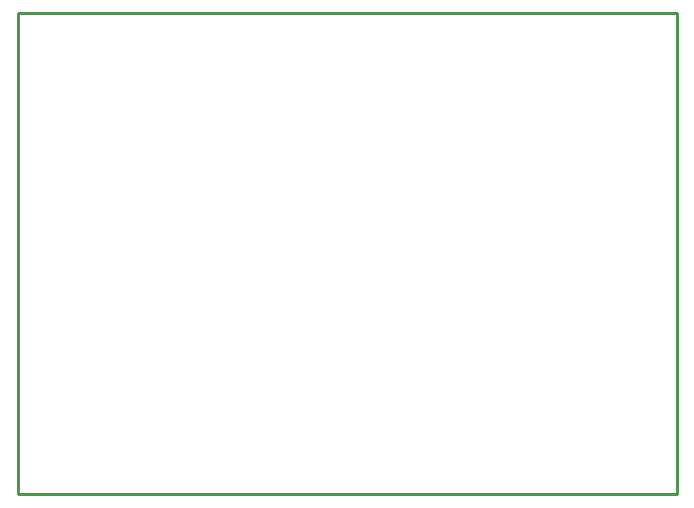
<source format=gm1>
G04*
G04 #@! TF.GenerationSoftware,Altium Limited,Altium Designer,22.9.1 (49)*
G04*
G04 Layer_Color=16711935*
%FSLAX44Y44*%
%MOMM*%
G71*
G04*
G04 #@! TF.SameCoordinates,EB67C6D0-91D5-4CF3-8B5F-14A5E2A69FE3*
G04*
G04*
G04 #@! TF.FilePolarity,Positive*
G04*
G01*
G75*
%ADD10C,0.2540*%
D10*
X255000Y255000D02*
X812500D01*
X255000Y662500D02*
X812500D01*
Y255000D02*
Y662500D01*
X255000Y255000D02*
Y662500D01*
M02*

</source>
